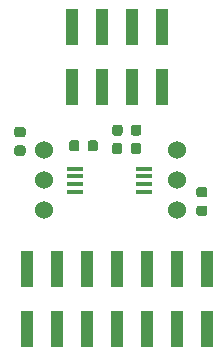
<source format=gbr>
G04 #@! TF.GenerationSoftware,KiCad,Pcbnew,5.1.12-84ad8e8a86~92~ubuntu20.04.1*
G04 #@! TF.CreationDate,2022-01-25T20:05:45-05:00*
G04 #@! TF.ProjectId,ABPDANT015PGAA5_sensor_module,41425044-414e-4543-9031-355047414135,rev?*
G04 #@! TF.SameCoordinates,Original*
G04 #@! TF.FileFunction,Soldermask,Bot*
G04 #@! TF.FilePolarity,Negative*
%FSLAX46Y46*%
G04 Gerber Fmt 4.6, Leading zero omitted, Abs format (unit mm)*
G04 Created by KiCad (PCBNEW 5.1.12-84ad8e8a86~92~ubuntu20.04.1) date 2022-01-25 20:05:45*
%MOMM*%
%LPD*%
G01*
G04 APERTURE LIST*
%ADD10C,1.524000*%
%ADD11R,1.000000X3.150000*%
%ADD12R,1.450000X0.450000*%
G04 APERTURE END LIST*
D10*
X118095000Y-42490000D03*
X118095000Y-45030000D03*
X118095000Y-47570000D03*
X106845000Y-47570000D03*
X106845000Y-45030000D03*
X106845000Y-42490000D03*
G36*
G01*
X105021090Y-42949580D02*
X104508590Y-42949580D01*
G75*
G02*
X104289840Y-42730830I0J218750D01*
G01*
X104289840Y-42293330D01*
G75*
G02*
X104508590Y-42074580I218750J0D01*
G01*
X105021090Y-42074580D01*
G75*
G02*
X105239840Y-42293330I0J-218750D01*
G01*
X105239840Y-42730830D01*
G75*
G02*
X105021090Y-42949580I-218750J0D01*
G01*
G37*
G36*
G01*
X105021090Y-41374580D02*
X104508590Y-41374580D01*
G75*
G02*
X104289840Y-41155830I0J218750D01*
G01*
X104289840Y-40718330D01*
G75*
G02*
X104508590Y-40499580I218750J0D01*
G01*
X105021090Y-40499580D01*
G75*
G02*
X105239840Y-40718330I0J-218750D01*
G01*
X105239840Y-41155830D01*
G75*
G02*
X105021090Y-41374580I-218750J0D01*
G01*
G37*
G36*
G01*
X120426190Y-46472360D02*
X119913690Y-46472360D01*
G75*
G02*
X119694940Y-46253610I0J218750D01*
G01*
X119694940Y-45816110D01*
G75*
G02*
X119913690Y-45597360I218750J0D01*
G01*
X120426190Y-45597360D01*
G75*
G02*
X120644940Y-45816110I0J-218750D01*
G01*
X120644940Y-46253610D01*
G75*
G02*
X120426190Y-46472360I-218750J0D01*
G01*
G37*
G36*
G01*
X120426190Y-48047360D02*
X119913690Y-48047360D01*
G75*
G02*
X119694940Y-47828610I0J218750D01*
G01*
X119694940Y-47391110D01*
G75*
G02*
X119913690Y-47172360I218750J0D01*
G01*
X120426190Y-47172360D01*
G75*
G02*
X120644940Y-47391110I0J-218750D01*
G01*
X120644940Y-47828610D01*
G75*
G02*
X120426190Y-48047360I-218750J0D01*
G01*
G37*
G36*
G01*
X112572080Y-42587890D02*
X112572080Y-42075390D01*
G75*
G02*
X112790830Y-41856640I218750J0D01*
G01*
X113228330Y-41856640D01*
G75*
G02*
X113447080Y-42075390I0J-218750D01*
G01*
X113447080Y-42587890D01*
G75*
G02*
X113228330Y-42806640I-218750J0D01*
G01*
X112790830Y-42806640D01*
G75*
G02*
X112572080Y-42587890I0J218750D01*
G01*
G37*
G36*
G01*
X114147080Y-42587890D02*
X114147080Y-42075390D01*
G75*
G02*
X114365830Y-41856640I218750J0D01*
G01*
X114803330Y-41856640D01*
G75*
G02*
X115022080Y-42075390I0J-218750D01*
G01*
X115022080Y-42587890D01*
G75*
G02*
X114803330Y-42806640I-218750J0D01*
G01*
X114365830Y-42806640D01*
G75*
G02*
X114147080Y-42587890I0J218750D01*
G01*
G37*
G36*
G01*
X114159780Y-41030870D02*
X114159780Y-40518370D01*
G75*
G02*
X114378530Y-40299620I218750J0D01*
G01*
X114816030Y-40299620D01*
G75*
G02*
X115034780Y-40518370I0J-218750D01*
G01*
X115034780Y-41030870D01*
G75*
G02*
X114816030Y-41249620I-218750J0D01*
G01*
X114378530Y-41249620D01*
G75*
G02*
X114159780Y-41030870I0J218750D01*
G01*
G37*
G36*
G01*
X112584780Y-41030870D02*
X112584780Y-40518370D01*
G75*
G02*
X112803530Y-40299620I218750J0D01*
G01*
X113241030Y-40299620D01*
G75*
G02*
X113459780Y-40518370I0J-218750D01*
G01*
X113459780Y-41030870D01*
G75*
G02*
X113241030Y-41249620I-218750J0D01*
G01*
X112803530Y-41249620D01*
G75*
G02*
X112584780Y-41030870I0J218750D01*
G01*
G37*
D11*
X105330000Y-52555000D03*
X105330000Y-57605000D03*
X107870000Y-52555000D03*
X107870000Y-57605000D03*
X110410000Y-52555000D03*
X110410000Y-57605000D03*
X112950000Y-52555000D03*
X112950000Y-57605000D03*
X115490000Y-52555000D03*
X115490000Y-57605000D03*
X118030000Y-52555000D03*
X118030000Y-57605000D03*
X120570000Y-52555000D03*
X120570000Y-57605000D03*
X116770000Y-37105000D03*
X116770000Y-32055000D03*
X114230000Y-37105000D03*
X114230000Y-32055000D03*
X111690000Y-37105000D03*
X111690000Y-32055000D03*
X109150000Y-37105000D03*
X109150000Y-32055000D03*
D12*
X115300000Y-44035000D03*
X115300000Y-44685000D03*
X115300000Y-45335000D03*
X115300000Y-45985000D03*
X109400000Y-45985000D03*
X109400000Y-45335000D03*
X109400000Y-44685000D03*
X109400000Y-44035000D03*
G36*
G01*
X108929720Y-42356750D02*
X108929720Y-41844250D01*
G75*
G02*
X109148470Y-41625500I218750J0D01*
G01*
X109585970Y-41625500D01*
G75*
G02*
X109804720Y-41844250I0J-218750D01*
G01*
X109804720Y-42356750D01*
G75*
G02*
X109585970Y-42575500I-218750J0D01*
G01*
X109148470Y-42575500D01*
G75*
G02*
X108929720Y-42356750I0J218750D01*
G01*
G37*
G36*
G01*
X110504720Y-42356750D02*
X110504720Y-41844250D01*
G75*
G02*
X110723470Y-41625500I218750J0D01*
G01*
X111160970Y-41625500D01*
G75*
G02*
X111379720Y-41844250I0J-218750D01*
G01*
X111379720Y-42356750D01*
G75*
G02*
X111160970Y-42575500I-218750J0D01*
G01*
X110723470Y-42575500D01*
G75*
G02*
X110504720Y-42356750I0J218750D01*
G01*
G37*
M02*

</source>
